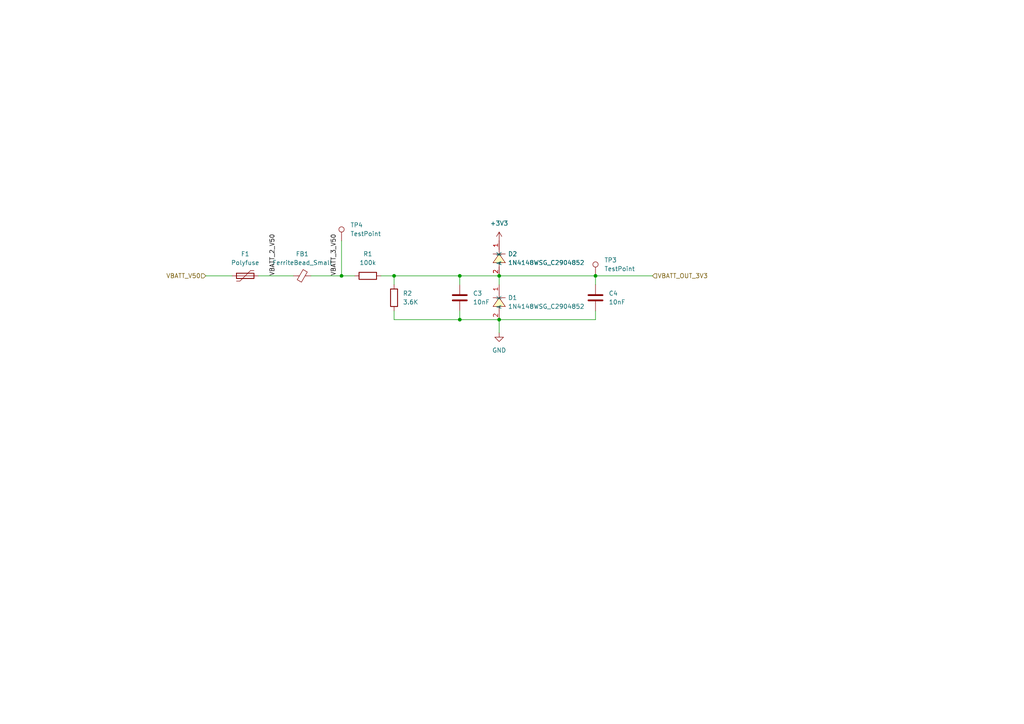
<source format=kicad_sch>
(kicad_sch (version 20250114) (generator "eeschema") (generator_version "9.0")
  (paper "A4")
  (lib_symbols
    (symbol "Connector:TestPoint" (pin_numbers (hide yes)) (pin_names (offset 0.762) (hide yes))
      (property "Reference" "TP" (at 0 6.858 0))
      (property "Value" "TestPoint" (at 0 5.08 0))
      (symbol "TestPoint_0_1"
        (circle (center 0 3.302) (radius 0.762))
      )
      (symbol "TestPoint_1_1"
        (pin passive line (at 0 0 90) (length 2.54) (name "1") (number "1"))
      )
    )
    (symbol "Device:C" (pin_numbers (hide yes)) (pin_names (offset 0.254))
      (property "Reference" "C" (at 0.635 2.54 0))
      (property "Value" "C" (at 0.635 -2.54 0))
      (symbol "C_0_1"
        (polyline (pts (xy -2.032 0.762) (xy 2.032 0.762)) (stroke (width 0.508)))
        (polyline (pts (xy -2.032 -0.762) (xy 2.032 -0.762)) (stroke (width 0.508)))
      )
      (symbol "C_1_1"
        (pin passive line (at 0 3.81 270) (length 2.794) (name "~") (number "1"))
        (pin passive line (at 0 -3.81 90) (length 2.794) (name "~") (number "2"))
      )
    )
    (symbol "Device:FerriteBead_Small" (pin_numbers (hide yes)) (pin_names (offset 0))
      (property "Reference" "FB" (at 1.905 1.27 0))
      (property "Value" "FerriteBead_Small" (at 1.905 -1.27 0))
      (symbol "FerriteBead_Small_0_1"
        (polyline (pts (xy -1.8288 0.2794) (xy -1.1176 1.4986) (xy 1.8288 -0.2032) (xy 1.1176 -1.4224) (xy -1.8288 0.2794)))
        (polyline (pts (xy 0 0.889) (xy 0 1.2954)))
        (polyline (pts (xy 0 -1.27) (xy 0 -0.7874)))
      )
      (symbol "FerriteBead_Small_1_1"
        (pin passive line (at 0 2.54 270) (length 1.27) (name "~") (number "1"))
        (pin passive line (at 0 -2.54 90) (length 1.27) (name "~") (number "2"))
      )
    )
    (symbol "Device:Polyfuse" (pin_numbers (hide yes)) (pin_names (offset 0))
      (property "Reference" "F" (at -2.54 0 90))
      (property "Value" "Polyfuse" (at 2.54 0 90))
      (symbol "Polyfuse_0_1"
        (polyline (pts (xy -1.524 2.54) (xy -1.524 1.524) (xy 1.524 -1.524) (xy 1.524 -2.54)))
        (rectangle (start -0.762 2.54) (end 0.762 -2.54) (stroke (width 0.254)))
        (polyline (pts (xy 0 2.54) (xy 0 -2.54)))
      )
      (symbol "Polyfuse_1_1"
        (pin passive line (at 0 3.81 270) (length 1.27) (name "~") (number "1"))
        (pin passive line (at 0 -3.81 90) (length 1.27) (name "~") (number "2"))
      )
    )
    (symbol "Device:R" (pin_numbers (hide yes)) (pin_names (offset 0))
      (property "Reference" "R" (at 2.032 0 90))
      (property "Value" "R" (at 0 0 90))
      (symbol "R_0_1"
        (rectangle (start -1.016 -2.54) (end 1.016 2.54) (stroke (width 0.254)))
      )
      (symbol "R_1_1"
        (pin passive line (at 0 3.81 270) (length 1.27) (name "~") (number "1"))
        (pin passive line (at 0 -3.81 90) (length 1.27) (name "~") (number "2"))
      )
    )
    (symbol "lcsc:1N4148WSG_C2904852"
      (property "Reference" "D" (at 0 5.08 0))
      (property "Value" "1N4148WSG_C2904852" (at 0 -5.08 0))
      (symbol "1N4148WSG_C2904852_0_1"
        (polyline (pts (xy -1.27 1.78) (xy -1.27 -1.78)))
        (polyline (pts (xy -1.27 0) (xy -2.54 0)))
        (polyline (pts (xy 1.27 1.78) (xy -1.27 0) (xy 1.27 -1.78) (xy 1.27 1.78)) (fill (type background)))
        (polyline (pts (xy 2.54 0) (xy 1.27 0)))
        (pin unspecified line (at -5.08 0 0) (length 2.54) (name "K") (number "1"))
        (pin unspecified line (at 5.08 0 180) (length 2.54) (name "A") (number "2"))
      )
    )
    (symbol "power:+3V3" (power) (pin_numbers (hide yes)) (pin_names (offset 0) (hide yes))
      (property "Value" "+3V3" (at 0 3.556 0))
      (symbol "+3V3_0_1"
        (polyline (pts (xy -0.762 1.27) (xy 0 2.54)))
        (polyline (pts (xy 0 2.54) (xy 0.762 1.27)))
        (polyline (pts (xy 0 0) (xy 0 2.54)))
      )
      (symbol "+3V3_1_1"
        (pin power_in line (at 0 0 90) (length 0) (name "~") (number "1"))
      )
    )
    (symbol "power:GND" (power) (pin_numbers (hide yes)) (pin_names (offset 0) (hide yes))
      (property "Value" "GND" (at 0 -3.81 0))
      (symbol "GND_0_1"
        (polyline (pts (xy 0 0) (xy 0 -1.27) (xy 1.27 -1.27) (xy 0 -2.54) (xy -1.27 -1.27) (xy 0 -1.27)))
      )
      (symbol "GND_1_1"
        (pin power_in line (at 0 0 270) (length 0) (name "~") (number "1"))
      )
    )
  )
  (junction (at 144.78 92.71))
  (junction (at 172.72 80.01))
  (junction (at 144.78 80.01))
  (junction (at 133.35 80.01))
  (junction (at 133.35 92.71))
  (junction (at 114.3 80.01))
  (junction (at 99.06 80.01))
  (wire (pts (xy 114.3 92.71) (xy 133.35 92.71)))
  (wire (pts (xy 144.78 80.01) (xy 144.78 82.55)))
  (wire (pts (xy 59.69 80.01) (xy 67.31 80.01)))
  (wire (pts (xy 172.72 80.01) (xy 189.23 80.01)))
  (wire (pts (xy 133.35 90.17) (xy 133.35 92.71)))
  (wire (pts (xy 144.78 92.71) (xy 172.72 92.71)))
  (wire (pts (xy 114.3 90.17) (xy 114.3 92.71)))
  (wire (pts (xy 74.93 80.01) (xy 85.09 80.01)))
  (wire (pts (xy 99.06 80.01) (xy 102.87 80.01)))
  (wire (pts (xy 133.35 80.01) (xy 133.35 82.55)))
  (wire (pts (xy 172.72 90.17) (xy 172.72 92.71)))
  (wire (pts (xy 144.78 80.01) (xy 172.72 80.01)))
  (wire (pts (xy 172.72 80.01) (xy 172.72 82.55)))
  (wire (pts (xy 110.49 80.01) (xy 114.3 80.01)))
  (wire (pts (xy 133.35 92.71) (xy 144.78 92.71)))
  (wire (pts (xy 144.78 92.71) (xy 144.78 96.52)))
  (wire (pts (xy 114.3 80.01) (xy 114.3 82.55)))
  (wire (pts (xy 114.3 80.01) (xy 133.35 80.01)))
  (wire (pts (xy 133.35 80.01) (xy 144.78 80.01)))
  (wire (pts (xy 99.06 69.85) (xy 99.06 80.01)))
  (wire (pts (xy 90.17 80.01) (xy 99.06 80.01)))
  (label "VBATT_3_V50" (at 97.79 80.01 90))
  (label "VBATT_2_V50" (at 80.01 80.01 90))
  (hierarchical_label "VBATT_OUT_3V3" (shape input) (at 189.23 80.01 0))
  (hierarchical_label "VBATT_V50" (shape input) (at 59.69 80.01 180))
  (symbol (lib_id "Device:Polyfuse") (at 71.12 80.01 90) (unit 1)
    (property "Reference" "F1" (at 71.12 73.66 90))
    (property "Value" "Polyfuse" (at 71.12 76.2 90))
    (property "Footprint" "Fuse:Fuse_1812_4532Metric" (effects (hide yes)))
    (property "Datasheet" "https://www.lcsc.com/product-detail/C42924288.html" (effects (hide yes)))
    (property "Description" "Resettable fuse, polymeric positive temperature coefficient" (effects (hide yes)))
    (property "LCSC" "C42924288" (effects (hide yes)))
  )
  (symbol (lib_id "Device:C") (at 172.72 86.36 0) (unit 1)
    (property "Reference" "C4" (at 176.53 85.0899 0) (effects (justify left)))
    (property "Value" "10nF" (at 176.53 87.6299 0) (effects (justify left)))
    (property "Footprint" "Capacitor_SMD:C_0603_1608Metric" (effects (hide yes)))
    (property "Datasheet" "https://www.lcsc.com/product-detail/C136131.html" (effects (hide yes)))
    (property "Description" "Unpolarized capacitor" (effects (hide yes)))
    (property "LCSC" "C136131" (effects (hide yes)))
  )
  (symbol (lib_id "Connector:TestPoint") (at 99.06 69.85 0) (unit 1)
    (property "Reference" "TP4" (at 101.6 65.2779 0) (effects (justify left)))
    (property "Value" "TestPoint" (at 101.6 67.8179 0) (effects (justify left)))
    (property "Footprint" "TestPoint:TestPoint_Pad_D1.0mm" (effects (hide yes)))
    (property "Description" "test point" (effects (hide yes)))
  )
  (symbol (lib_id "Connector:TestPoint") (at 172.72 80.01 0) (unit 1)
    (property "Reference" "TP3" (at 175.26 75.4379 0) (effects (justify left)))
    (property "Value" "TestPoint" (at 175.26 77.9779 0) (effects (justify left)))
    (property "Footprint" "TestPoint:TestPoint_Pad_D1.0mm" (effects (hide yes)))
    (property "Description" "test point" (effects (hide yes)))
  )
  (symbol (lib_id "Device:C") (at 133.35 86.36 0) (unit 1)
    (property "Reference" "C3" (at 137.16 85.0899 0) (effects (justify left)))
    (property "Value" "10nF" (at 137.16 87.6299 0) (effects (justify left)))
    (property "Footprint" "Capacitor_SMD:C_0603_1608Metric" (effects (hide yes)))
    (property "Datasheet" "https://www.lcsc.com/product-detail/C136131.html" (effects (hide yes)))
    (property "Description" "Unpolarized capacitor" (effects (hide yes)))
    (property "LCSC" "C136131" (effects (hide yes)))
  )
  (symbol (lib_id "Device:FerriteBead_Small") (at 87.63 80.01 270) (unit 1)
    (property "Reference" "FB1" (at 87.6681 73.66 90))
    (property "Value" "FerriteBead_Small" (at 87.6681 76.2 90))
    (property "Footprint" "Inductor_SMD:L_0603_1608Metric" (effects (hide yes)))
    (property "Description" "Ferrite bead, small symbol" (effects (hide yes)))
  )
  (symbol (lib_id "Device:R") (at 106.68 80.01 90) (unit 1)
    (property "Reference" "R1" (at 106.68 73.66 90))
    (property "Value" "100k" (at 106.68 76.2 90))
    (property "Footprint" "Capacitor_SMD:C_0805_2012Metric" (effects (hide yes)))
    (property "Datasheet" "https://www.lcsc.com/product-detail/C96346.html" (effects (hide yes)))
    (property "Description" "Resistor" (effects (hide yes)))
    (property "LCSC" "C96346" (effects (hide yes)))
  )
  (symbol (lib_id "lcsc:1N4148WSG_C2904852") (at 144.78 87.63 270) (unit 1)
    (property "Reference" "D1" (at 147.32 86.3599 90) (effects (justify left)))
    (property "Value" "1N4148WSG_C2904852" (at 147.32 88.8999 90) (effects (justify left)))
    (property "Footprint" "lcsc:SOD-323_L1.6-W1.3-LS2.7-RD" (effects (hide yes)))
    (property "LCSC Part" "C2904852" (effects (hide yes)))
  )
  (symbol (lib_id "lcsc:1N4148WSG_C2904852") (at 144.78 74.93 270) (unit 1)
    (property "Reference" "D2" (at 147.32 73.6599 90) (effects (justify left)))
    (property "Value" "1N4148WSG_C2904852" (at 147.32 76.1999 90) (effects (justify left)))
    (property "Footprint" "lcsc:SOD-323_L1.6-W1.3-LS2.7-RD" (effects (hide yes)))
    (property "LCSC Part" "C2904852" (effects (hide yes)))
  )
  (symbol (lib_id "Device:R") (at 114.3 86.36 180) (unit 1)
    (property "Reference" "R2" (at 116.84 85.0899 0) (effects (justify right)))
    (property "Value" "3.6K" (at 116.84 87.6299 0) (effects (justify right)))
    (property "Footprint" "Capacitor_SMD:C_0805_2012Metric" (effects (hide yes)))
    (property "Datasheet" "https://www.lcsc.com/product-detail/C351568.html" (effects (hide yes)))
    (property "Description" "Resistor" (effects (hide yes)))
    (property "LCSC" "C351568" (effects (hide yes)))
  )
  (symbol (lib_id "power:+3V3") (at 144.78 69.85 0) (unit 1)
    (property "Reference" "#PWR010" (effects (hide yes)))
    (property "Value" "+3V3" (at 144.78 64.77 0))
    (property "Description" "Power symbol creates a global label with name \"+3V3\"" (effects (hide yes)))
  )
  (symbol (lib_id "power:GND") (at 144.78 96.52 0) (unit 1)
    (property "Reference" "#PWR011" (effects (hide yes)))
    (property "Value" "GND" (at 144.78 101.6 0))
    (property "Description" "Power symbol creates a global label with name \"GND\" , ground" (effects (hide yes)))
  )
)
</source>
